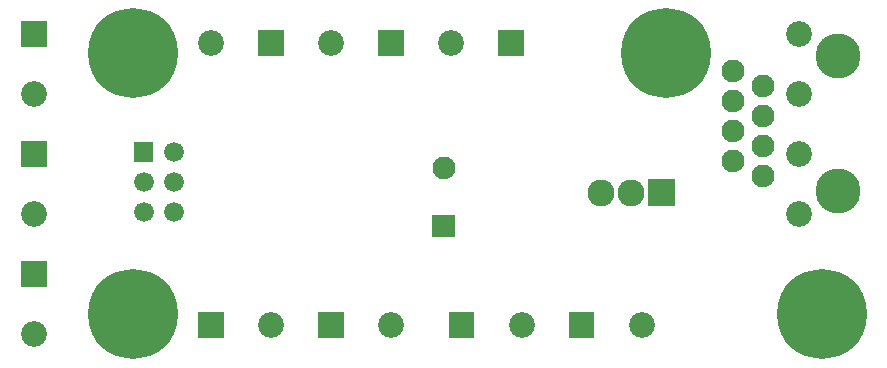
<source format=gbr>
G04 start of page 7 for group -4062 idx -4062 *
G04 Title: (unknown), soldermask *
G04 Creator: pcb 20110918 *
G04 CreationDate: Wed 07 Aug 2013 04:14:36 AM GMT UTC *
G04 For: ndholmes *
G04 Format: Gerber/RS-274X *
G04 PCB-Dimensions: 293000 121000 *
G04 PCB-Coordinate-Origin: lower left *
%MOIN*%
%FSLAX25Y25*%
%LNBOTTOMMASK*%
%ADD84C,0.0760*%
%ADD83C,0.1500*%
%ADD82C,0.0900*%
%ADD81C,0.0660*%
%ADD80C,0.0860*%
%ADD79C,0.2997*%
%ADD78C,0.0001*%
G54D78*G36*
X108200Y17800D02*Y9200D01*
X116800D01*
Y17800D01*
X108200D01*
G37*
G54D79*X46500Y17000D03*
G54D80*X13500Y50500D03*
G54D78*G36*
X9200Y34800D02*Y26200D01*
X17800D01*
Y34800D01*
X9200D01*
G37*
G54D80*X13500Y10500D03*
G54D81*X50000Y51000D03*
G54D78*G36*
X68200Y17800D02*Y9200D01*
X76800D01*
Y17800D01*
X68200D01*
G37*
G54D80*X92500Y13500D03*
G54D81*X60000Y51000D03*
G54D80*X132500Y13500D03*
G54D78*G36*
X191700Y17800D02*Y9200D01*
X200300D01*
Y17800D01*
X191700D01*
G37*
G54D80*X216000Y13500D03*
G54D78*G36*
X151700Y17800D02*Y9200D01*
X160300D01*
Y17800D01*
X151700D01*
G37*
G54D80*X176000Y13500D03*
G54D79*X276000Y17000D03*
G54D78*G36*
X168200Y111800D02*Y103200D01*
X176800D01*
Y111800D01*
X168200D01*
G37*
G54D82*X202500Y57500D03*
X212500D03*
G54D78*G36*
X218000Y62000D02*Y53000D01*
X227000D01*
Y62000D01*
X218000D01*
G37*
G54D80*X268500Y110500D03*
G54D83*X281500Y103000D03*
G54D80*X268500Y50500D03*
Y70500D03*
G54D83*X281500Y58000D03*
G54D80*X268500Y90500D03*
G54D84*X256500Y83000D03*
X246500Y88000D03*
X256500Y93000D03*
X246500Y98000D03*
G54D79*X224000Y104000D03*
G54D84*X256500Y63000D03*
X246500Y68000D03*
X256500Y73000D03*
X246500Y78000D03*
G54D79*X46500Y104000D03*
G54D78*G36*
X9200Y114800D02*Y106200D01*
X17800D01*
Y114800D01*
X9200D01*
G37*
G54D80*X13500Y90500D03*
X152500Y107500D03*
G54D78*G36*
X128200Y111800D02*Y103200D01*
X136800D01*
Y111800D01*
X128200D01*
G37*
G54D80*X112500Y107500D03*
G54D78*G36*
X88200Y111800D02*Y103200D01*
X96800D01*
Y111800D01*
X88200D01*
G37*
G54D80*X72500Y107500D03*
G54D78*G36*
X146200Y50194D02*Y42594D01*
X153800D01*
Y50194D01*
X146200D01*
G37*
G54D84*X150000Y65606D03*
G54D78*G36*
X9200Y74800D02*Y66200D01*
X17800D01*
Y74800D01*
X9200D01*
G37*
G36*
X46700Y74300D02*Y67700D01*
X53300D01*
Y74300D01*
X46700D01*
G37*
G54D81*X50000Y61000D03*
X60000Y71000D03*
Y61000D03*
M02*

</source>
